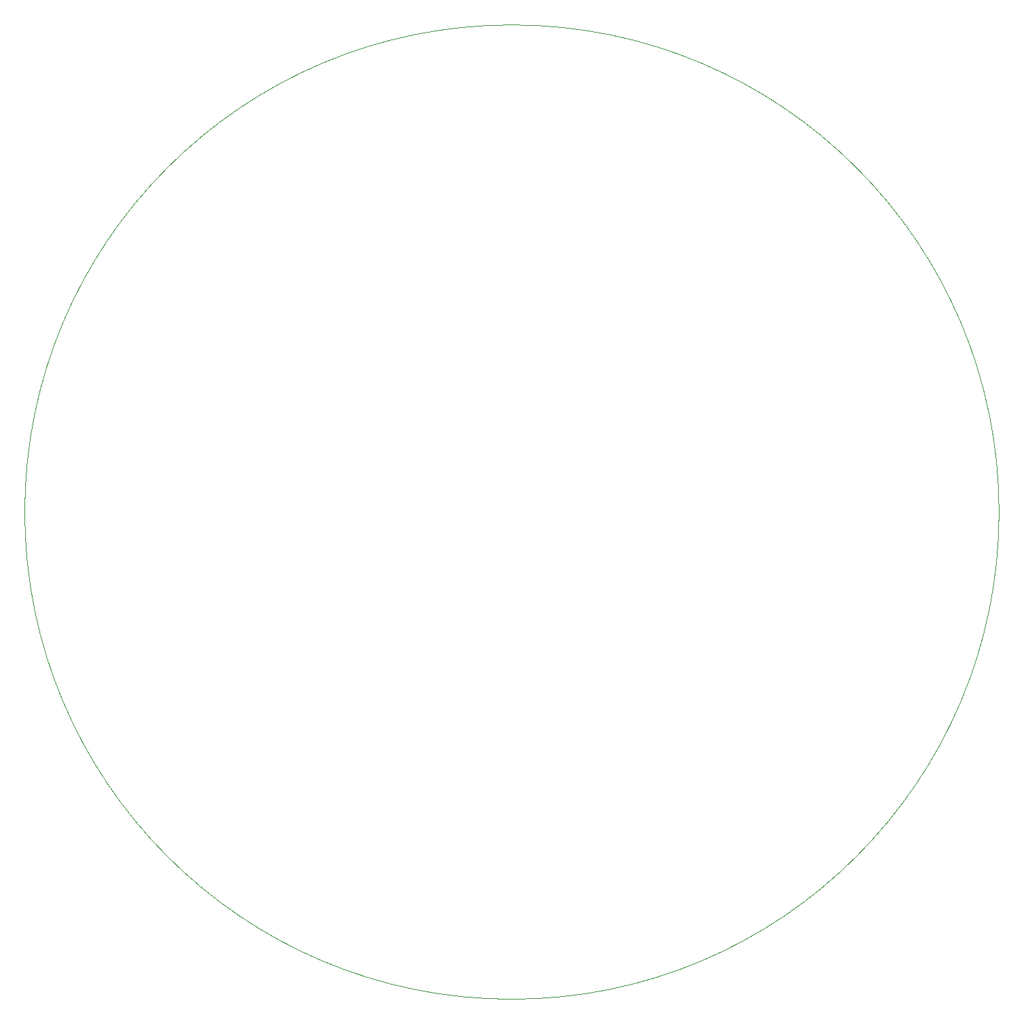
<source format=gbr>
%TF.GenerationSoftware,KiCad,Pcbnew,7.0.10*%
%TF.CreationDate,2024-03-13T10:09:45-04:00*%
%TF.ProjectId,MainPCB,4d61696e-5043-4422-9e6b-696361645f70,rev?*%
%TF.SameCoordinates,Original*%
%TF.FileFunction,Profile,NP*%
%FSLAX46Y46*%
G04 Gerber Fmt 4.6, Leading zero omitted, Abs format (unit mm)*
G04 Created by KiCad (PCBNEW 7.0.10) date 2024-03-13 10:09:45*
%MOMM*%
%LPD*%
G01*
G04 APERTURE LIST*
%TA.AperFunction,Profile*%
%ADD10C,0.100000*%
%TD*%
G04 APERTURE END LIST*
D10*
X160700000Y-100000000D02*
G75*
G03*
X39300000Y-100000000I-60700000J0D01*
G01*
X39300000Y-100000000D02*
G75*
G03*
X160700000Y-100000000I60700000J0D01*
G01*
M02*

</source>
